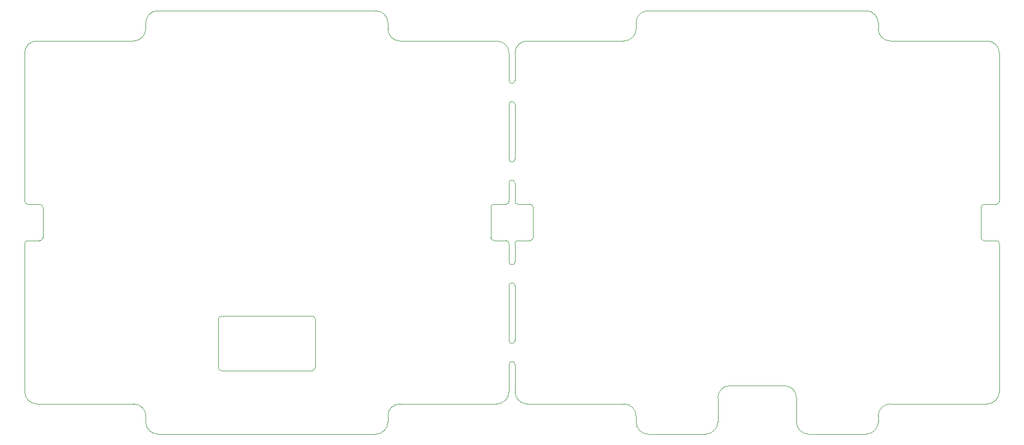
<source format=gbr>
%TF.GenerationSoftware,KiCad,Pcbnew,(5.99.0-12717-g57c7d663b0)*%
%TF.CreationDate,2021-10-15T20:31:15+02:00*%
%TF.ProjectId,Main_PCB,4d61696e-5f50-4434-922e-6b696361645f,rev?*%
%TF.SameCoordinates,Original*%
%TF.FileFunction,Profile,NP*%
%FSLAX46Y46*%
G04 Gerber Fmt 4.6, Leading zero omitted, Abs format (unit mm)*
G04 Created by KiCad (PCBNEW (5.99.0-12717-g57c7d663b0)) date 2021-10-15 20:31:15*
%MOMM*%
%LPD*%
G01*
G04 APERTURE LIST*
%TA.AperFunction,Profile*%
%ADD10C,0.100000*%
%TD*%
G04 APERTURE END LIST*
D10*
X127000000Y-133000000D02*
X91000000Y-133000000D01*
X183500000Y-127000000D02*
G75*
G02*
X185500000Y-125000000I2000000J0D01*
G01*
X194500000Y-125000000D02*
G75*
G02*
X196500000Y-127000000I0J-2000000D01*
G01*
X183500000Y-131000000D02*
G75*
G02*
X181500000Y-133000000I-2000000J0D01*
G01*
X198500000Y-133000000D02*
G75*
G02*
X196500000Y-131000000I0J2000000D01*
G01*
X198500000Y-133000000D02*
X208000000Y-133000000D01*
X196500000Y-127000000D02*
X196500000Y-131000000D01*
X185500000Y-125000000D02*
X194500000Y-125000000D01*
X183500000Y-131000000D02*
X183500000Y-127000000D01*
X172000000Y-133000000D02*
X181500000Y-133000000D01*
X149000000Y-78500000D02*
G75*
G02*
X150000000Y-78500000I500000J0D01*
G01*
X117000000Y-122000000D02*
X117000000Y-114000000D01*
X149000000Y-91500000D02*
G75*
G02*
X150000000Y-91500000I500000J0D01*
G01*
X170000000Y-66000000D02*
G75*
G02*
X168000000Y-68000000I-2000000J0D01*
G01*
X150000000Y-78500000D02*
X150000000Y-87500000D01*
X170000000Y-66000000D02*
X170000000Y-65000000D01*
X91000000Y-133000000D02*
G75*
G02*
X89000000Y-131000000I0J2000000D01*
G01*
X91000000Y-63000000D02*
X127000000Y-63000000D01*
X230000000Y-126000000D02*
G75*
G02*
X228000000Y-128000000I-2000000J0D01*
G01*
X212000000Y-68000000D02*
X228000000Y-68000000D01*
X170000000Y-131000000D02*
X170000000Y-130000000D01*
X150500000Y-95000000D02*
G75*
G02*
X150000000Y-94500000I0J500000D01*
G01*
X210000000Y-130000000D02*
G75*
G02*
X212000000Y-128000000I2000000J0D01*
G01*
X170000000Y-65000000D02*
G75*
G02*
X172000000Y-63000000I2000000J0D01*
G01*
X69500000Y-95000000D02*
X71500000Y-95000000D01*
X168000000Y-128000000D02*
X152000000Y-128000000D01*
X127000000Y-63000000D02*
G75*
G02*
X129000000Y-65000000I0J-2000000D01*
G01*
X168000000Y-128000000D02*
G75*
G02*
X170000000Y-130000000I0J-2000000D01*
G01*
X149000000Y-104500000D02*
X149000000Y-101500000D01*
X152000000Y-68000000D02*
X155000000Y-68000000D01*
X229500000Y-95000000D02*
G75*
G03*
X230000000Y-94500000I0J500000D01*
G01*
X227500000Y-101000000D02*
G75*
G02*
X227000000Y-100500000I0J500000D01*
G01*
X101500000Y-122500000D02*
X116500000Y-122500000D01*
X229500000Y-95000000D02*
X228000000Y-95000000D01*
X146000000Y-95500000D02*
X146000000Y-100500000D01*
X150000000Y-121500000D02*
X150000000Y-126000000D01*
X230000000Y-101500000D02*
X230000000Y-126000000D01*
X71000000Y-68000000D02*
X74000000Y-68000000D01*
X150000000Y-117500000D02*
G75*
G02*
X149000000Y-117500000I-500000J0D01*
G01*
X228000000Y-95000000D02*
X227500000Y-95000000D01*
X149000000Y-94500000D02*
G75*
G02*
X148500000Y-95000000I-500000J0D01*
G01*
X150000000Y-74500000D02*
G75*
G02*
X149000000Y-74500000I-500000J0D01*
G01*
X148500000Y-95000000D02*
X147000000Y-95000000D01*
X116500000Y-122500000D02*
G75*
G03*
X117000000Y-122000000I0J500000D01*
G01*
X72000000Y-95500000D02*
X72000000Y-100500000D01*
X72000000Y-95500000D02*
G75*
G03*
X71500000Y-95000000I-500000J0D01*
G01*
X131000000Y-68000000D02*
X147000000Y-68000000D01*
X71500000Y-101000000D02*
X69500000Y-101000000D01*
X149000000Y-126000000D02*
G75*
G02*
X147000000Y-128000000I-2000000J0D01*
G01*
X87000000Y-128000000D02*
G75*
G02*
X89000000Y-130000000I0J-2000000D01*
G01*
X150000000Y-108500000D02*
X150000000Y-117500000D01*
X69000000Y-101500000D02*
G75*
G02*
X69500000Y-101000000I500000J0D01*
G01*
X149000000Y-126000000D02*
X149000000Y-121500000D01*
X227000000Y-95500000D02*
X227000000Y-100500000D01*
X150000000Y-104500000D02*
G75*
G02*
X149000000Y-104500000I-500000J0D01*
G01*
X152500000Y-95000000D02*
G75*
G02*
X153000000Y-95500000I0J-500000D01*
G01*
X153000000Y-100500000D02*
G75*
G02*
X152500000Y-101000000I-500000J0D01*
G01*
X228000000Y-128000000D02*
X212000000Y-128000000D01*
X69000000Y-101500000D02*
X69000000Y-126000000D01*
X87000000Y-128000000D02*
X71000000Y-128000000D01*
X147000000Y-68000000D02*
G75*
G02*
X149000000Y-70000000I0J-2000000D01*
G01*
X147000000Y-128000000D02*
X131000000Y-128000000D01*
X210000000Y-65000000D02*
X210000000Y-66000000D01*
X69000000Y-70000000D02*
X69000000Y-94500000D01*
X172000000Y-133000000D02*
G75*
G02*
X170000000Y-131000000I0J2000000D01*
G01*
X69000000Y-70000000D02*
G75*
G02*
X71000000Y-68000000I2000000J0D01*
G01*
X117000000Y-114000000D02*
G75*
G03*
X116500000Y-113500000I-500000J0D01*
G01*
X148500000Y-101000000D02*
G75*
G02*
X149000000Y-101500000I0J-500000D01*
G01*
X116500000Y-113500000D02*
X101500000Y-113500000D01*
X230000000Y-101500000D02*
G75*
G03*
X229500000Y-101000000I-500000J0D01*
G01*
X101000000Y-114000000D02*
X101000000Y-122000000D01*
X131000000Y-68000000D02*
G75*
G02*
X129000000Y-66000000I0J2000000D01*
G01*
X129000000Y-131000000D02*
G75*
G02*
X127000000Y-133000000I-2000000J0D01*
G01*
X227500000Y-101000000D02*
X229500000Y-101000000D01*
X129000000Y-130000000D02*
X129000000Y-131000000D01*
X89000000Y-131000000D02*
X89000000Y-130000000D01*
X146000000Y-95500000D02*
G75*
G02*
X146500000Y-95000000I500000J0D01*
G01*
X149000000Y-117500000D02*
X149000000Y-108500000D01*
X150000000Y-70000000D02*
X150000000Y-74500000D01*
X212000000Y-68000000D02*
G75*
G02*
X210000000Y-66000000I0J2000000D01*
G01*
X146500000Y-101000000D02*
G75*
G02*
X146000000Y-100500000I0J500000D01*
G01*
X149000000Y-94500000D02*
X149000000Y-91500000D01*
X149000000Y-74500000D02*
X149000000Y-70000000D01*
X146500000Y-101000000D02*
X148500000Y-101000000D01*
X150000000Y-101500000D02*
G75*
G02*
X150500000Y-101000000I500000J0D01*
G01*
X230000000Y-70000000D02*
X230000000Y-94500000D01*
X89000000Y-66000000D02*
G75*
G02*
X87000000Y-68000000I-2000000J0D01*
G01*
X89000000Y-65000000D02*
G75*
G02*
X91000000Y-63000000I2000000J0D01*
G01*
X150500000Y-95000000D02*
X152500000Y-95000000D01*
X89000000Y-66000000D02*
X89000000Y-65000000D01*
X150000000Y-70000000D02*
G75*
G02*
X152000000Y-68000000I2000000J0D01*
G01*
X150000000Y-91500000D02*
X150000000Y-94500000D01*
X129000000Y-65000000D02*
X129000000Y-66000000D01*
X152500000Y-101000000D02*
X150500000Y-101000000D01*
X152000000Y-128000000D02*
G75*
G02*
X150000000Y-126000000I0J2000000D01*
G01*
X101500000Y-122500000D02*
G75*
G02*
X101000000Y-122000000I0J500000D01*
G01*
X71500000Y-101000000D02*
G75*
G03*
X72000000Y-100500000I0J500000D01*
G01*
X71000000Y-128000000D02*
G75*
G02*
X69000000Y-126000000I0J2000000D01*
G01*
X210000000Y-130000000D02*
X210000000Y-131000000D01*
X74000000Y-68000000D02*
X87000000Y-68000000D01*
X210000000Y-131000000D02*
G75*
G02*
X208000000Y-133000000I-2000000J0D01*
G01*
X101000000Y-114000000D02*
G75*
G02*
X101500000Y-113500000I500000J0D01*
G01*
X228000000Y-68000000D02*
G75*
G02*
X230000000Y-70000000I0J-2000000D01*
G01*
X150000000Y-101500000D02*
X150000000Y-104500000D01*
X153000000Y-95500000D02*
X153000000Y-100500000D01*
X208000000Y-63000000D02*
G75*
G02*
X210000000Y-65000000I0J-2000000D01*
G01*
X149000000Y-108500000D02*
G75*
G02*
X150000000Y-108500000I500000J0D01*
G01*
X129000000Y-130000000D02*
G75*
G02*
X131000000Y-128000000I2000000J0D01*
G01*
X150000000Y-87500000D02*
G75*
G02*
X149000000Y-87500000I-500000J0D01*
G01*
X147000000Y-95000000D02*
X146500000Y-95000000D01*
X172000000Y-63000000D02*
X208000000Y-63000000D01*
X149000000Y-121500000D02*
G75*
G02*
X150000000Y-121500000I500000J0D01*
G01*
X155000000Y-68000000D02*
X168000000Y-68000000D01*
X227000000Y-95500000D02*
G75*
G02*
X227500000Y-95000000I500000J0D01*
G01*
X69500000Y-95000000D02*
G75*
G02*
X69000000Y-94500000I0J500000D01*
G01*
X149000000Y-87500000D02*
X149000000Y-78500000D01*
M02*

</source>
